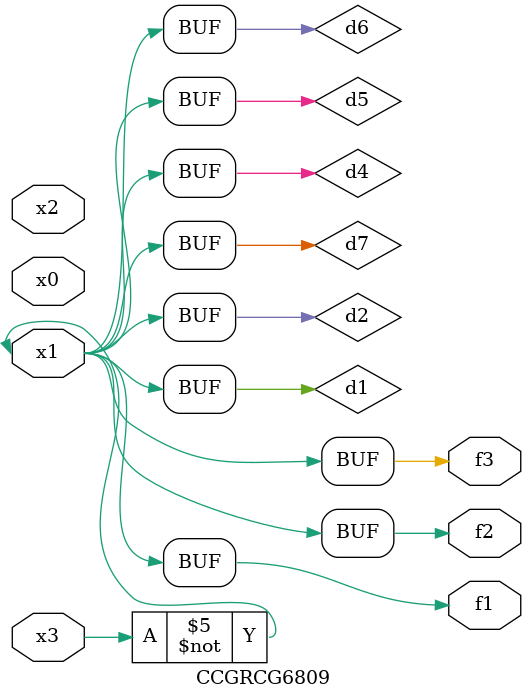
<source format=v>
module CCGRCG6809(
	input x0, x1, x2, x3,
	output f1, f2, f3
);

	wire d1, d2, d3, d4, d5, d6, d7;

	not (d1, x3);
	buf (d2, x1);
	xnor (d3, d1, d2);
	nor (d4, d1);
	buf (d5, d1, d2);
	buf (d6, d4, d5);
	nand (d7, d4);
	assign f1 = d6;
	assign f2 = d7;
	assign f3 = d6;
endmodule

</source>
